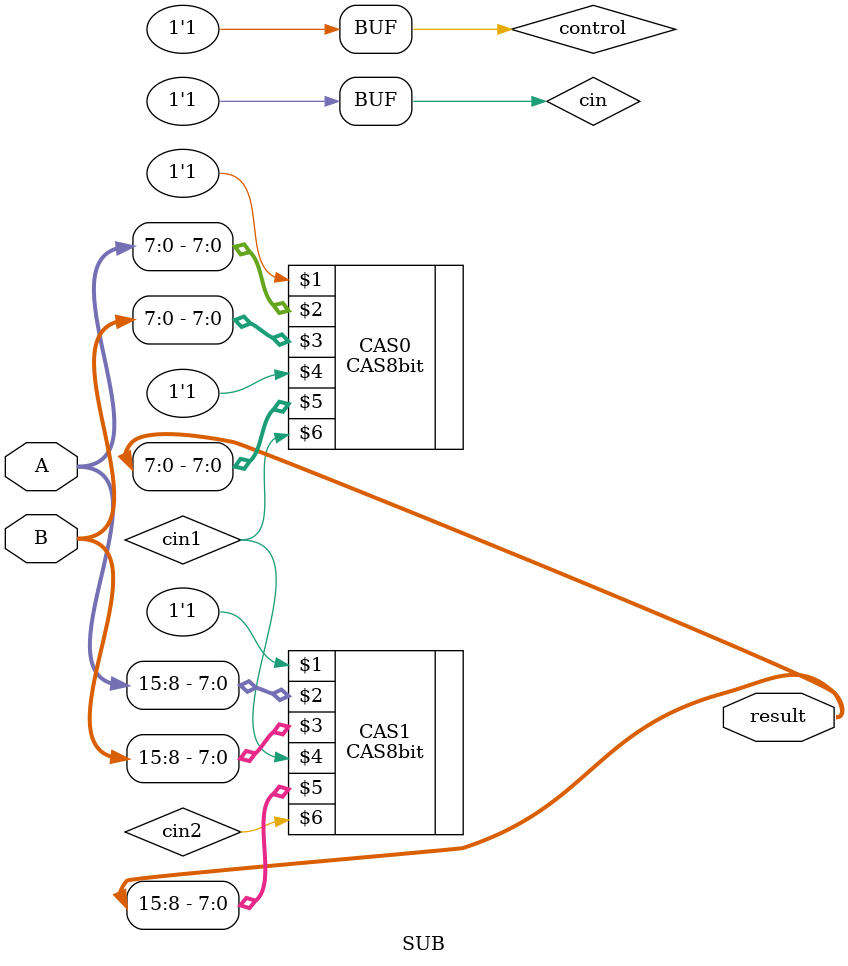
<source format=v>
module SUB(A, B, result);
	input[15:0]A;
	input [15:0]B;
	wire control, cin; 
   wire [15:0] cout;
    output [15:0] result;
    wire cin1, cin2, cin3, cin4, cin5, cin6, cin7, cin8, cin9;
    assign control = 1'b1;
    assign cin = 1'b1;

    CAS8bit CAS0 (control, A[7:0], B[7:0], cin, result[7:0], cin1);
    CAS8bit CAS1 (control, A[15:8], B[15:8], cin1, result[15:8], cin2);
endmodule
</source>
